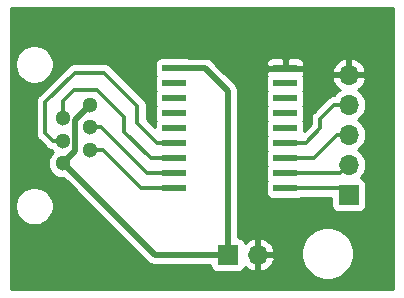
<source format=gbr>
G04 #@! TF.GenerationSoftware,KiCad,Pcbnew,(5.1.2)-2*
G04 #@! TF.CreationDate,2019-09-08T10:38:30-04:00*
G04 #@! TF.ProjectId,jebaoDosingAdapter,6a656261-6f44-46f7-9369-6e6741646170,rev?*
G04 #@! TF.SameCoordinates,PX46492a0PY53724e0*
G04 #@! TF.FileFunction,Copper,L1,Top*
G04 #@! TF.FilePolarity,Positive*
%FSLAX46Y46*%
G04 Gerber Fmt 4.6, Leading zero omitted, Abs format (unit mm)*
G04 Created by KiCad (PCBNEW (5.1.2)-2) date 2019-09-08 10:38:30*
%MOMM*%
%LPD*%
G04 APERTURE LIST*
%ADD10C,1.300000*%
%ADD11R,2.000000X0.600000*%
%ADD12R,1.700000X1.700000*%
%ADD13O,1.700000X1.700000*%
%ADD14C,0.350000*%
%ADD15C,0.500000*%
%ADD16C,0.254000*%
G04 APERTURE END LIST*
D10*
X11160000Y18110000D03*
X8860000Y16960000D03*
X11160000Y16210000D03*
X8860000Y15060000D03*
X11160000Y14310000D03*
X8860000Y13160000D03*
D11*
X27670000Y11050000D03*
X27670000Y12320000D03*
X27670000Y13590000D03*
X27670000Y14860000D03*
X27670000Y16130000D03*
X27670000Y17400000D03*
X27670000Y18670000D03*
X27670000Y19940000D03*
X27670000Y21210000D03*
X18270000Y21210000D03*
X18270000Y19940000D03*
X18270000Y18670000D03*
X18270000Y17400000D03*
X18270000Y16130000D03*
X18270000Y14860000D03*
X18270000Y13590000D03*
X18270000Y12320000D03*
X18270000Y11050000D03*
D12*
X33050000Y10480000D03*
D13*
X33050000Y13020000D03*
X33050000Y15560000D03*
X33050000Y18100000D03*
X33050000Y20640000D03*
D12*
X22790000Y5410000D03*
D13*
X25330000Y5410000D03*
D14*
X32480000Y11050000D02*
X33050000Y10480000D01*
X27670000Y11050000D02*
X32480000Y11050000D01*
X32350000Y12320000D02*
X33050000Y13020000D01*
X27670000Y12320000D02*
X32350000Y12320000D01*
X27670000Y13590000D02*
X30110000Y13590000D01*
X32080000Y15560000D02*
X33050000Y15560000D01*
X30110000Y13590000D02*
X32080000Y15560000D01*
X27670000Y14860000D02*
X29400000Y14860000D01*
X29400000Y14860000D02*
X30650000Y16110000D01*
X30650000Y16110000D02*
X30650000Y16940000D01*
X31810000Y18100000D02*
X33050000Y18100000D01*
X30650000Y16940000D02*
X31810000Y18100000D01*
D15*
X18270000Y21210000D02*
X20880000Y21210000D01*
X22790000Y19300000D02*
X22790000Y5410000D01*
X20880000Y21210000D02*
X22790000Y19300000D01*
X16645000Y5410000D02*
X22790000Y5410000D01*
X9656999Y12398001D02*
X16645000Y5410000D01*
X9621999Y12398001D02*
X9656999Y12398001D01*
X8860000Y13160000D02*
X9621999Y12398001D01*
X17570000Y21210000D02*
X18270000Y21210000D01*
X17557937Y21197937D02*
X17570000Y21210000D01*
X9459999Y13759999D02*
X8860000Y13160000D01*
X9910001Y14210001D02*
X9459999Y13759999D01*
X9910001Y16860001D02*
X9910001Y14210001D01*
X11160000Y18110000D02*
X9910001Y16860001D01*
D14*
X17020000Y11050000D02*
X18270000Y11050000D01*
X15497630Y11050000D02*
X17020000Y11050000D01*
X12237630Y14310000D02*
X15497630Y11050000D01*
X11160000Y14310000D02*
X12237630Y14310000D01*
X8011472Y15060000D02*
X7360000Y15711472D01*
X8860000Y15060000D02*
X8011472Y15060000D01*
X7360000Y15711472D02*
X7360000Y18340000D01*
X7360000Y18340000D02*
X9860000Y20840000D01*
X9860000Y20840000D02*
X12360000Y20840000D01*
X12360000Y20840000D02*
X15160000Y18040000D01*
X15160000Y18040000D02*
X15160000Y16540000D01*
X16840000Y14860000D02*
X18270000Y14860000D01*
X15160000Y16540000D02*
X16840000Y14860000D01*
X11160000Y16210000D02*
X12090000Y16210000D01*
X15980000Y12320000D02*
X18270000Y12320000D01*
X12090000Y16210000D02*
X15980000Y12320000D01*
X8860000Y16960000D02*
X8860000Y18440000D01*
X8860000Y18440000D02*
X9760000Y19340000D01*
X9760000Y19340000D02*
X11760000Y19340000D01*
X11760000Y19340000D02*
X14060000Y17040000D01*
X14060000Y17040000D02*
X14060000Y15840000D01*
X16310000Y13590000D02*
X18270000Y13590000D01*
X14060000Y15840000D02*
X16310000Y13590000D01*
D16*
G36*
X36810000Y2480000D02*
G01*
X4479718Y2480000D01*
X4476858Y9691033D01*
X4795000Y9691033D01*
X4795000Y9368967D01*
X4857832Y9053088D01*
X4981082Y8755537D01*
X5160013Y8487748D01*
X5387748Y8260013D01*
X5655537Y8081082D01*
X5953088Y7957832D01*
X6268967Y7895000D01*
X6591033Y7895000D01*
X6906912Y7957832D01*
X7204463Y8081082D01*
X7472252Y8260013D01*
X7699987Y8487748D01*
X7878918Y8755537D01*
X8002168Y9053088D01*
X8065000Y9368967D01*
X8065000Y9691033D01*
X8002168Y10006912D01*
X7878918Y10304463D01*
X7699987Y10572252D01*
X7472252Y10799987D01*
X7204463Y10978918D01*
X6906912Y11102168D01*
X6591033Y11165000D01*
X6268967Y11165000D01*
X5953088Y11102168D01*
X5655537Y10978918D01*
X5387748Y10799987D01*
X5160013Y10572252D01*
X4981082Y10304463D01*
X4857832Y10006912D01*
X4795000Y9691033D01*
X4476858Y9691033D01*
X4473428Y18340000D01*
X6546081Y18340000D01*
X6550001Y18300202D01*
X6550000Y15751260D01*
X6546081Y15711472D01*
X6550000Y15671684D01*
X6550000Y15671682D01*
X6561720Y15552685D01*
X6608037Y15400000D01*
X6623285Y15371473D01*
X6683251Y15259283D01*
X6698668Y15240498D01*
X6784472Y15135944D01*
X6815387Y15110573D01*
X7410577Y14515382D01*
X7435944Y14484472D01*
X7552502Y14388816D01*
X7559283Y14383251D01*
X7699998Y14308037D01*
X7836106Y14266749D01*
X7846730Y14263526D01*
X7861875Y14240860D01*
X7992735Y14110000D01*
X7861875Y13979140D01*
X7721247Y13768676D01*
X7624381Y13534821D01*
X7575000Y13286561D01*
X7575000Y13033439D01*
X7624381Y12785179D01*
X7721247Y12551324D01*
X7861875Y12340860D01*
X8040860Y12161875D01*
X8251324Y12021247D01*
X8485179Y11924381D01*
X8733439Y11875000D01*
X8893421Y11875000D01*
X8965469Y11802952D01*
X8993182Y11769184D01*
X9026950Y11741471D01*
X9026952Y11741469D01*
X9054199Y11719108D01*
X9127940Y11658590D01*
X9164228Y11639194D01*
X15988470Y4814951D01*
X16016183Y4781183D01*
X16049951Y4753470D01*
X16049953Y4753468D01*
X16150941Y4670589D01*
X16304687Y4588411D01*
X16471510Y4537805D01*
X16601523Y4525000D01*
X16601531Y4525000D01*
X16645000Y4520719D01*
X16688469Y4525000D01*
X21305375Y4525000D01*
X21314188Y4435518D01*
X21350498Y4315820D01*
X21409463Y4205506D01*
X21488815Y4108815D01*
X21585506Y4029463D01*
X21695820Y3970498D01*
X21815518Y3934188D01*
X21940000Y3921928D01*
X23640000Y3921928D01*
X23764482Y3934188D01*
X23884180Y3970498D01*
X23994494Y4029463D01*
X24091185Y4108815D01*
X24170537Y4205506D01*
X24229502Y4315820D01*
X24253966Y4396466D01*
X24329731Y4312412D01*
X24563080Y4138359D01*
X24825901Y4013175D01*
X24973110Y3968524D01*
X25203000Y4089845D01*
X25203000Y5283000D01*
X25457000Y5283000D01*
X25457000Y4089845D01*
X25686890Y3968524D01*
X25834099Y4013175D01*
X26096920Y4138359D01*
X26330269Y4312412D01*
X26525178Y4528645D01*
X26674157Y4778748D01*
X26771481Y5053109D01*
X26650814Y5283000D01*
X25457000Y5283000D01*
X25203000Y5283000D01*
X25183000Y5283000D01*
X25183000Y5537000D01*
X25203000Y5537000D01*
X25203000Y6730155D01*
X25457000Y6730155D01*
X25457000Y5537000D01*
X26650814Y5537000D01*
X26767931Y5760128D01*
X29025000Y5760128D01*
X29025000Y5319872D01*
X29110890Y4888075D01*
X29279369Y4481331D01*
X29523962Y4115271D01*
X29835271Y3803962D01*
X30201331Y3559369D01*
X30608075Y3390890D01*
X31039872Y3305000D01*
X31480128Y3305000D01*
X31911925Y3390890D01*
X32318669Y3559369D01*
X32684729Y3803962D01*
X32996038Y4115271D01*
X33240631Y4481331D01*
X33409110Y4888075D01*
X33495000Y5319872D01*
X33495000Y5760128D01*
X33409110Y6191925D01*
X33240631Y6598669D01*
X32996038Y6964729D01*
X32684729Y7276038D01*
X32318669Y7520631D01*
X31911925Y7689110D01*
X31480128Y7775000D01*
X31039872Y7775000D01*
X30608075Y7689110D01*
X30201331Y7520631D01*
X29835271Y7276038D01*
X29523962Y6964729D01*
X29279369Y6598669D01*
X29110890Y6191925D01*
X29025000Y5760128D01*
X26767931Y5760128D01*
X26771481Y5766891D01*
X26674157Y6041252D01*
X26525178Y6291355D01*
X26330269Y6507588D01*
X26096920Y6681641D01*
X25834099Y6806825D01*
X25686890Y6851476D01*
X25457000Y6730155D01*
X25203000Y6730155D01*
X24973110Y6851476D01*
X24825901Y6806825D01*
X24563080Y6681641D01*
X24329731Y6507588D01*
X24253966Y6423534D01*
X24229502Y6504180D01*
X24170537Y6614494D01*
X24091185Y6711185D01*
X23994494Y6790537D01*
X23884180Y6849502D01*
X23764482Y6885812D01*
X23675000Y6894625D01*
X23675000Y19256531D01*
X23679281Y19300000D01*
X23675000Y19343469D01*
X23675000Y19343477D01*
X23662195Y19473490D01*
X23611589Y19640313D01*
X23529411Y19794059D01*
X23464560Y19873080D01*
X23446532Y19895047D01*
X23446530Y19895049D01*
X23418817Y19928817D01*
X23385050Y19956529D01*
X22431579Y20910000D01*
X26031928Y20910000D01*
X26044188Y20785518D01*
X26080498Y20665820D01*
X26129043Y20575000D01*
X26080498Y20484180D01*
X26044188Y20364482D01*
X26031928Y20240000D01*
X26031928Y19640000D01*
X26044188Y19515518D01*
X26080498Y19395820D01*
X26129043Y19305000D01*
X26080498Y19214180D01*
X26044188Y19094482D01*
X26031928Y18970000D01*
X26031928Y18370000D01*
X26044188Y18245518D01*
X26080498Y18125820D01*
X26129043Y18035000D01*
X26080498Y17944180D01*
X26044188Y17824482D01*
X26031928Y17700000D01*
X26031928Y17100000D01*
X26044188Y16975518D01*
X26080498Y16855820D01*
X26129043Y16765000D01*
X26080498Y16674180D01*
X26044188Y16554482D01*
X26031928Y16430000D01*
X26031928Y15830000D01*
X26044188Y15705518D01*
X26080498Y15585820D01*
X26129043Y15495000D01*
X26080498Y15404180D01*
X26044188Y15284482D01*
X26031928Y15160000D01*
X26031928Y14560000D01*
X26044188Y14435518D01*
X26080498Y14315820D01*
X26129043Y14225000D01*
X26080498Y14134180D01*
X26044188Y14014482D01*
X26031928Y13890000D01*
X26031928Y13290000D01*
X26044188Y13165518D01*
X26080498Y13045820D01*
X26129043Y12955000D01*
X26080498Y12864180D01*
X26044188Y12744482D01*
X26031928Y12620000D01*
X26031928Y12020000D01*
X26044188Y11895518D01*
X26080498Y11775820D01*
X26129043Y11685000D01*
X26080498Y11594180D01*
X26044188Y11474482D01*
X26031928Y11350000D01*
X26031928Y10750000D01*
X26044188Y10625518D01*
X26080498Y10505820D01*
X26139463Y10395506D01*
X26218815Y10298815D01*
X26315506Y10219463D01*
X26425820Y10160498D01*
X26545518Y10124188D01*
X26670000Y10111928D01*
X28670000Y10111928D01*
X28794482Y10124188D01*
X28914180Y10160498D01*
X29024494Y10219463D01*
X29049518Y10240000D01*
X31561928Y10240000D01*
X31561928Y9630000D01*
X31574188Y9505518D01*
X31610498Y9385820D01*
X31669463Y9275506D01*
X31748815Y9178815D01*
X31845506Y9099463D01*
X31955820Y9040498D01*
X32075518Y9004188D01*
X32200000Y8991928D01*
X33900000Y8991928D01*
X34024482Y9004188D01*
X34144180Y9040498D01*
X34254494Y9099463D01*
X34351185Y9178815D01*
X34430537Y9275506D01*
X34489502Y9385820D01*
X34525812Y9505518D01*
X34538072Y9630000D01*
X34538072Y11330000D01*
X34525812Y11454482D01*
X34489502Y11574180D01*
X34430537Y11684494D01*
X34351185Y11781185D01*
X34254494Y11860537D01*
X34144180Y11919502D01*
X34075313Y11940393D01*
X34105134Y11964866D01*
X34290706Y12190986D01*
X34428599Y12448966D01*
X34513513Y12728889D01*
X34542185Y13020000D01*
X34513513Y13311111D01*
X34428599Y13591034D01*
X34290706Y13849014D01*
X34105134Y14075134D01*
X33879014Y14260706D01*
X33824209Y14290000D01*
X33879014Y14319294D01*
X34105134Y14504866D01*
X34290706Y14730986D01*
X34428599Y14988966D01*
X34513513Y15268889D01*
X34542185Y15560000D01*
X34513513Y15851111D01*
X34428599Y16131034D01*
X34290706Y16389014D01*
X34105134Y16615134D01*
X33879014Y16800706D01*
X33824209Y16830000D01*
X33879014Y16859294D01*
X34105134Y17044866D01*
X34290706Y17270986D01*
X34428599Y17528966D01*
X34513513Y17808889D01*
X34542185Y18100000D01*
X34513513Y18391111D01*
X34428599Y18671034D01*
X34290706Y18929014D01*
X34105134Y19155134D01*
X33879014Y19340706D01*
X33814477Y19375201D01*
X33931355Y19444822D01*
X34147588Y19639731D01*
X34321641Y19873080D01*
X34446825Y20135901D01*
X34491476Y20283110D01*
X34370155Y20513000D01*
X33177000Y20513000D01*
X33177000Y20493000D01*
X32923000Y20493000D01*
X32923000Y20513000D01*
X31729845Y20513000D01*
X31608524Y20283110D01*
X31653175Y20135901D01*
X31778359Y19873080D01*
X31952412Y19639731D01*
X32168645Y19444822D01*
X32285523Y19375201D01*
X32220986Y19340706D01*
X31994866Y19155134D01*
X31809294Y18929014D01*
X31800738Y18913007D01*
X31770212Y18910000D01*
X31770209Y18910000D01*
X31651212Y18898280D01*
X31498527Y18851963D01*
X31357811Y18776749D01*
X31234472Y18675528D01*
X31209105Y18644618D01*
X30105383Y17540895D01*
X30074473Y17515528D01*
X30049108Y17484620D01*
X29973251Y17392189D01*
X29918631Y17290000D01*
X29898038Y17251473D01*
X29851721Y17098788D01*
X29843912Y17019502D01*
X29836081Y16940000D01*
X29840000Y16900212D01*
X29840000Y16445513D01*
X29308072Y15913584D01*
X29308072Y16430000D01*
X29295812Y16554482D01*
X29259502Y16674180D01*
X29210957Y16765000D01*
X29259502Y16855820D01*
X29295812Y16975518D01*
X29308072Y17100000D01*
X29308072Y17700000D01*
X29295812Y17824482D01*
X29259502Y17944180D01*
X29210957Y18035000D01*
X29259502Y18125820D01*
X29295812Y18245518D01*
X29308072Y18370000D01*
X29308072Y18970000D01*
X29295812Y19094482D01*
X29259502Y19214180D01*
X29210957Y19305000D01*
X29259502Y19395820D01*
X29295812Y19515518D01*
X29308072Y19640000D01*
X29308072Y20240000D01*
X29295812Y20364482D01*
X29259502Y20484180D01*
X29210957Y20575000D01*
X29259502Y20665820D01*
X29295812Y20785518D01*
X29308072Y20910000D01*
X29305000Y20924250D01*
X29232360Y20996890D01*
X31608524Y20996890D01*
X31729845Y20767000D01*
X32923000Y20767000D01*
X32923000Y21960814D01*
X33177000Y21960814D01*
X33177000Y20767000D01*
X34370155Y20767000D01*
X34491476Y20996890D01*
X34446825Y21144099D01*
X34321641Y21406920D01*
X34147588Y21640269D01*
X33931355Y21835178D01*
X33681252Y21984157D01*
X33406891Y22081481D01*
X33177000Y21960814D01*
X32923000Y21960814D01*
X32693109Y22081481D01*
X32418748Y21984157D01*
X32168645Y21835178D01*
X31952412Y21640269D01*
X31778359Y21406920D01*
X31653175Y21144099D01*
X31608524Y20996890D01*
X29232360Y20996890D01*
X29146250Y21083000D01*
X27797000Y21083000D01*
X27797000Y21063000D01*
X27543000Y21063000D01*
X27543000Y21083000D01*
X26193750Y21083000D01*
X26035000Y20924250D01*
X26031928Y20910000D01*
X22431579Y20910000D01*
X21831579Y21510000D01*
X26031928Y21510000D01*
X26035000Y21495750D01*
X26193750Y21337000D01*
X27543000Y21337000D01*
X27543000Y21986250D01*
X27797000Y21986250D01*
X27797000Y21337000D01*
X29146250Y21337000D01*
X29305000Y21495750D01*
X29308072Y21510000D01*
X29295812Y21634482D01*
X29259502Y21754180D01*
X29200537Y21864494D01*
X29121185Y21961185D01*
X29024494Y22040537D01*
X28914180Y22099502D01*
X28794482Y22135812D01*
X28670000Y22148072D01*
X27955750Y22145000D01*
X27797000Y21986250D01*
X27543000Y21986250D01*
X27384250Y22145000D01*
X26670000Y22148072D01*
X26545518Y22135812D01*
X26425820Y22099502D01*
X26315506Y22040537D01*
X26218815Y21961185D01*
X26139463Y21864494D01*
X26080498Y21754180D01*
X26044188Y21634482D01*
X26031928Y21510000D01*
X21831579Y21510000D01*
X21536534Y21805044D01*
X21508817Y21838817D01*
X21374059Y21949411D01*
X21220313Y22031589D01*
X21053490Y22082195D01*
X20923477Y22095000D01*
X20923469Y22095000D01*
X20880000Y22099281D01*
X20836531Y22095000D01*
X19522603Y22095000D01*
X19514180Y22099502D01*
X19394482Y22135812D01*
X19270000Y22148072D01*
X17270000Y22148072D01*
X17145518Y22135812D01*
X17025820Y22099502D01*
X16915506Y22040537D01*
X16818815Y21961185D01*
X16739463Y21864494D01*
X16680498Y21754180D01*
X16644188Y21634482D01*
X16631928Y21510000D01*
X16631928Y20910000D01*
X16644188Y20785518D01*
X16680498Y20665820D01*
X16729043Y20575000D01*
X16680498Y20484180D01*
X16644188Y20364482D01*
X16631928Y20240000D01*
X16631928Y19640000D01*
X16644188Y19515518D01*
X16680498Y19395820D01*
X16729043Y19305000D01*
X16680498Y19214180D01*
X16644188Y19094482D01*
X16631928Y18970000D01*
X16631928Y18370000D01*
X16644188Y18245518D01*
X16680498Y18125820D01*
X16729043Y18035000D01*
X16680498Y17944180D01*
X16644188Y17824482D01*
X16631928Y17700000D01*
X16631928Y17100000D01*
X16644188Y16975518D01*
X16680498Y16855820D01*
X16729043Y16765000D01*
X16680498Y16674180D01*
X16644188Y16554482D01*
X16631928Y16430000D01*
X16631928Y16213585D01*
X15970000Y16875512D01*
X15970000Y18000212D01*
X15973919Y18040000D01*
X15968132Y18098753D01*
X15958280Y18198788D01*
X15911963Y18351473D01*
X15843376Y18479791D01*
X15836749Y18492190D01*
X15808257Y18526907D01*
X15735528Y18615528D01*
X15704614Y18640898D01*
X12960900Y21384612D01*
X12935528Y21415528D01*
X12812189Y21516749D01*
X12671473Y21591963D01*
X12518788Y21638280D01*
X12399791Y21650000D01*
X12399788Y21650000D01*
X12360000Y21653919D01*
X12320212Y21650000D01*
X9899788Y21650000D01*
X9860000Y21653919D01*
X9820212Y21650000D01*
X9820209Y21650000D01*
X9701212Y21638280D01*
X9548527Y21591963D01*
X9483024Y21556951D01*
X9407810Y21516749D01*
X9382223Y21495750D01*
X9284472Y21415528D01*
X9259105Y21384618D01*
X6815383Y18940895D01*
X6784473Y18915528D01*
X6759108Y18884620D01*
X6683251Y18792189D01*
X6614333Y18663251D01*
X6608038Y18651473D01*
X6574745Y18541720D01*
X6561721Y18498787D01*
X6546081Y18340000D01*
X4473428Y18340000D01*
X4472099Y21691033D01*
X4795000Y21691033D01*
X4795000Y21368967D01*
X4857832Y21053088D01*
X4981082Y20755537D01*
X5160013Y20487748D01*
X5387748Y20260013D01*
X5655537Y20081082D01*
X5953088Y19957832D01*
X6268967Y19895000D01*
X6591033Y19895000D01*
X6906912Y19957832D01*
X7204463Y20081082D01*
X7472252Y20260013D01*
X7699987Y20487748D01*
X7878918Y20755537D01*
X8002168Y21053088D01*
X8065000Y21368967D01*
X8065000Y21691033D01*
X8002168Y22006912D01*
X7878918Y22304463D01*
X7699987Y22572252D01*
X7472252Y22799987D01*
X7204463Y22978918D01*
X6906912Y23102168D01*
X6591033Y23165000D01*
X6268967Y23165000D01*
X5953088Y23102168D01*
X5655537Y22978918D01*
X5387748Y22799987D01*
X5160013Y22572252D01*
X4981082Y22304463D01*
X4857832Y22006912D01*
X4795000Y21691033D01*
X4472099Y21691033D01*
X4470274Y26290000D01*
X36810001Y26290000D01*
X36810000Y2480000D01*
X36810000Y2480000D01*
G37*
X36810000Y2480000D02*
X4479718Y2480000D01*
X4476858Y9691033D01*
X4795000Y9691033D01*
X4795000Y9368967D01*
X4857832Y9053088D01*
X4981082Y8755537D01*
X5160013Y8487748D01*
X5387748Y8260013D01*
X5655537Y8081082D01*
X5953088Y7957832D01*
X6268967Y7895000D01*
X6591033Y7895000D01*
X6906912Y7957832D01*
X7204463Y8081082D01*
X7472252Y8260013D01*
X7699987Y8487748D01*
X7878918Y8755537D01*
X8002168Y9053088D01*
X8065000Y9368967D01*
X8065000Y9691033D01*
X8002168Y10006912D01*
X7878918Y10304463D01*
X7699987Y10572252D01*
X7472252Y10799987D01*
X7204463Y10978918D01*
X6906912Y11102168D01*
X6591033Y11165000D01*
X6268967Y11165000D01*
X5953088Y11102168D01*
X5655537Y10978918D01*
X5387748Y10799987D01*
X5160013Y10572252D01*
X4981082Y10304463D01*
X4857832Y10006912D01*
X4795000Y9691033D01*
X4476858Y9691033D01*
X4473428Y18340000D01*
X6546081Y18340000D01*
X6550001Y18300202D01*
X6550000Y15751260D01*
X6546081Y15711472D01*
X6550000Y15671684D01*
X6550000Y15671682D01*
X6561720Y15552685D01*
X6608037Y15400000D01*
X6623285Y15371473D01*
X6683251Y15259283D01*
X6698668Y15240498D01*
X6784472Y15135944D01*
X6815387Y15110573D01*
X7410577Y14515382D01*
X7435944Y14484472D01*
X7552502Y14388816D01*
X7559283Y14383251D01*
X7699998Y14308037D01*
X7836106Y14266749D01*
X7846730Y14263526D01*
X7861875Y14240860D01*
X7992735Y14110000D01*
X7861875Y13979140D01*
X7721247Y13768676D01*
X7624381Y13534821D01*
X7575000Y13286561D01*
X7575000Y13033439D01*
X7624381Y12785179D01*
X7721247Y12551324D01*
X7861875Y12340860D01*
X8040860Y12161875D01*
X8251324Y12021247D01*
X8485179Y11924381D01*
X8733439Y11875000D01*
X8893421Y11875000D01*
X8965469Y11802952D01*
X8993182Y11769184D01*
X9026950Y11741471D01*
X9026952Y11741469D01*
X9054199Y11719108D01*
X9127940Y11658590D01*
X9164228Y11639194D01*
X15988470Y4814951D01*
X16016183Y4781183D01*
X16049951Y4753470D01*
X16049953Y4753468D01*
X16150941Y4670589D01*
X16304687Y4588411D01*
X16471510Y4537805D01*
X16601523Y4525000D01*
X16601531Y4525000D01*
X16645000Y4520719D01*
X16688469Y4525000D01*
X21305375Y4525000D01*
X21314188Y4435518D01*
X21350498Y4315820D01*
X21409463Y4205506D01*
X21488815Y4108815D01*
X21585506Y4029463D01*
X21695820Y3970498D01*
X21815518Y3934188D01*
X21940000Y3921928D01*
X23640000Y3921928D01*
X23764482Y3934188D01*
X23884180Y3970498D01*
X23994494Y4029463D01*
X24091185Y4108815D01*
X24170537Y4205506D01*
X24229502Y4315820D01*
X24253966Y4396466D01*
X24329731Y4312412D01*
X24563080Y4138359D01*
X24825901Y4013175D01*
X24973110Y3968524D01*
X25203000Y4089845D01*
X25203000Y5283000D01*
X25457000Y5283000D01*
X25457000Y4089845D01*
X25686890Y3968524D01*
X25834099Y4013175D01*
X26096920Y4138359D01*
X26330269Y4312412D01*
X26525178Y4528645D01*
X26674157Y4778748D01*
X26771481Y5053109D01*
X26650814Y5283000D01*
X25457000Y5283000D01*
X25203000Y5283000D01*
X25183000Y5283000D01*
X25183000Y5537000D01*
X25203000Y5537000D01*
X25203000Y6730155D01*
X25457000Y6730155D01*
X25457000Y5537000D01*
X26650814Y5537000D01*
X26767931Y5760128D01*
X29025000Y5760128D01*
X29025000Y5319872D01*
X29110890Y4888075D01*
X29279369Y4481331D01*
X29523962Y4115271D01*
X29835271Y3803962D01*
X30201331Y3559369D01*
X30608075Y3390890D01*
X31039872Y3305000D01*
X31480128Y3305000D01*
X31911925Y3390890D01*
X32318669Y3559369D01*
X32684729Y3803962D01*
X32996038Y4115271D01*
X33240631Y4481331D01*
X33409110Y4888075D01*
X33495000Y5319872D01*
X33495000Y5760128D01*
X33409110Y6191925D01*
X33240631Y6598669D01*
X32996038Y6964729D01*
X32684729Y7276038D01*
X32318669Y7520631D01*
X31911925Y7689110D01*
X31480128Y7775000D01*
X31039872Y7775000D01*
X30608075Y7689110D01*
X30201331Y7520631D01*
X29835271Y7276038D01*
X29523962Y6964729D01*
X29279369Y6598669D01*
X29110890Y6191925D01*
X29025000Y5760128D01*
X26767931Y5760128D01*
X26771481Y5766891D01*
X26674157Y6041252D01*
X26525178Y6291355D01*
X26330269Y6507588D01*
X26096920Y6681641D01*
X25834099Y6806825D01*
X25686890Y6851476D01*
X25457000Y6730155D01*
X25203000Y6730155D01*
X24973110Y6851476D01*
X24825901Y6806825D01*
X24563080Y6681641D01*
X24329731Y6507588D01*
X24253966Y6423534D01*
X24229502Y6504180D01*
X24170537Y6614494D01*
X24091185Y6711185D01*
X23994494Y6790537D01*
X23884180Y6849502D01*
X23764482Y6885812D01*
X23675000Y6894625D01*
X23675000Y19256531D01*
X23679281Y19300000D01*
X23675000Y19343469D01*
X23675000Y19343477D01*
X23662195Y19473490D01*
X23611589Y19640313D01*
X23529411Y19794059D01*
X23464560Y19873080D01*
X23446532Y19895047D01*
X23446530Y19895049D01*
X23418817Y19928817D01*
X23385050Y19956529D01*
X22431579Y20910000D01*
X26031928Y20910000D01*
X26044188Y20785518D01*
X26080498Y20665820D01*
X26129043Y20575000D01*
X26080498Y20484180D01*
X26044188Y20364482D01*
X26031928Y20240000D01*
X26031928Y19640000D01*
X26044188Y19515518D01*
X26080498Y19395820D01*
X26129043Y19305000D01*
X26080498Y19214180D01*
X26044188Y19094482D01*
X26031928Y18970000D01*
X26031928Y18370000D01*
X26044188Y18245518D01*
X26080498Y18125820D01*
X26129043Y18035000D01*
X26080498Y17944180D01*
X26044188Y17824482D01*
X26031928Y17700000D01*
X26031928Y17100000D01*
X26044188Y16975518D01*
X26080498Y16855820D01*
X26129043Y16765000D01*
X26080498Y16674180D01*
X26044188Y16554482D01*
X26031928Y16430000D01*
X26031928Y15830000D01*
X26044188Y15705518D01*
X26080498Y15585820D01*
X26129043Y15495000D01*
X26080498Y15404180D01*
X26044188Y15284482D01*
X26031928Y15160000D01*
X26031928Y14560000D01*
X26044188Y14435518D01*
X26080498Y14315820D01*
X26129043Y14225000D01*
X26080498Y14134180D01*
X26044188Y14014482D01*
X26031928Y13890000D01*
X26031928Y13290000D01*
X26044188Y13165518D01*
X26080498Y13045820D01*
X26129043Y12955000D01*
X26080498Y12864180D01*
X26044188Y12744482D01*
X26031928Y12620000D01*
X26031928Y12020000D01*
X26044188Y11895518D01*
X26080498Y11775820D01*
X26129043Y11685000D01*
X26080498Y11594180D01*
X26044188Y11474482D01*
X26031928Y11350000D01*
X26031928Y10750000D01*
X26044188Y10625518D01*
X26080498Y10505820D01*
X26139463Y10395506D01*
X26218815Y10298815D01*
X26315506Y10219463D01*
X26425820Y10160498D01*
X26545518Y10124188D01*
X26670000Y10111928D01*
X28670000Y10111928D01*
X28794482Y10124188D01*
X28914180Y10160498D01*
X29024494Y10219463D01*
X29049518Y10240000D01*
X31561928Y10240000D01*
X31561928Y9630000D01*
X31574188Y9505518D01*
X31610498Y9385820D01*
X31669463Y9275506D01*
X31748815Y9178815D01*
X31845506Y9099463D01*
X31955820Y9040498D01*
X32075518Y9004188D01*
X32200000Y8991928D01*
X33900000Y8991928D01*
X34024482Y9004188D01*
X34144180Y9040498D01*
X34254494Y9099463D01*
X34351185Y9178815D01*
X34430537Y9275506D01*
X34489502Y9385820D01*
X34525812Y9505518D01*
X34538072Y9630000D01*
X34538072Y11330000D01*
X34525812Y11454482D01*
X34489502Y11574180D01*
X34430537Y11684494D01*
X34351185Y11781185D01*
X34254494Y11860537D01*
X34144180Y11919502D01*
X34075313Y11940393D01*
X34105134Y11964866D01*
X34290706Y12190986D01*
X34428599Y12448966D01*
X34513513Y12728889D01*
X34542185Y13020000D01*
X34513513Y13311111D01*
X34428599Y13591034D01*
X34290706Y13849014D01*
X34105134Y14075134D01*
X33879014Y14260706D01*
X33824209Y14290000D01*
X33879014Y14319294D01*
X34105134Y14504866D01*
X34290706Y14730986D01*
X34428599Y14988966D01*
X34513513Y15268889D01*
X34542185Y15560000D01*
X34513513Y15851111D01*
X34428599Y16131034D01*
X34290706Y16389014D01*
X34105134Y16615134D01*
X33879014Y16800706D01*
X33824209Y16830000D01*
X33879014Y16859294D01*
X34105134Y17044866D01*
X34290706Y17270986D01*
X34428599Y17528966D01*
X34513513Y17808889D01*
X34542185Y18100000D01*
X34513513Y18391111D01*
X34428599Y18671034D01*
X34290706Y18929014D01*
X34105134Y19155134D01*
X33879014Y19340706D01*
X33814477Y19375201D01*
X33931355Y19444822D01*
X34147588Y19639731D01*
X34321641Y19873080D01*
X34446825Y20135901D01*
X34491476Y20283110D01*
X34370155Y20513000D01*
X33177000Y20513000D01*
X33177000Y20493000D01*
X32923000Y20493000D01*
X32923000Y20513000D01*
X31729845Y20513000D01*
X31608524Y20283110D01*
X31653175Y20135901D01*
X31778359Y19873080D01*
X31952412Y19639731D01*
X32168645Y19444822D01*
X32285523Y19375201D01*
X32220986Y19340706D01*
X31994866Y19155134D01*
X31809294Y18929014D01*
X31800738Y18913007D01*
X31770212Y18910000D01*
X31770209Y18910000D01*
X31651212Y18898280D01*
X31498527Y18851963D01*
X31357811Y18776749D01*
X31234472Y18675528D01*
X31209105Y18644618D01*
X30105383Y17540895D01*
X30074473Y17515528D01*
X30049108Y17484620D01*
X29973251Y17392189D01*
X29918631Y17290000D01*
X29898038Y17251473D01*
X29851721Y17098788D01*
X29843912Y17019502D01*
X29836081Y16940000D01*
X29840000Y16900212D01*
X29840000Y16445513D01*
X29308072Y15913584D01*
X29308072Y16430000D01*
X29295812Y16554482D01*
X29259502Y16674180D01*
X29210957Y16765000D01*
X29259502Y16855820D01*
X29295812Y16975518D01*
X29308072Y17100000D01*
X29308072Y17700000D01*
X29295812Y17824482D01*
X29259502Y17944180D01*
X29210957Y18035000D01*
X29259502Y18125820D01*
X29295812Y18245518D01*
X29308072Y18370000D01*
X29308072Y18970000D01*
X29295812Y19094482D01*
X29259502Y19214180D01*
X29210957Y19305000D01*
X29259502Y19395820D01*
X29295812Y19515518D01*
X29308072Y19640000D01*
X29308072Y20240000D01*
X29295812Y20364482D01*
X29259502Y20484180D01*
X29210957Y20575000D01*
X29259502Y20665820D01*
X29295812Y20785518D01*
X29308072Y20910000D01*
X29305000Y20924250D01*
X29232360Y20996890D01*
X31608524Y20996890D01*
X31729845Y20767000D01*
X32923000Y20767000D01*
X32923000Y21960814D01*
X33177000Y21960814D01*
X33177000Y20767000D01*
X34370155Y20767000D01*
X34491476Y20996890D01*
X34446825Y21144099D01*
X34321641Y21406920D01*
X34147588Y21640269D01*
X33931355Y21835178D01*
X33681252Y21984157D01*
X33406891Y22081481D01*
X33177000Y21960814D01*
X32923000Y21960814D01*
X32693109Y22081481D01*
X32418748Y21984157D01*
X32168645Y21835178D01*
X31952412Y21640269D01*
X31778359Y21406920D01*
X31653175Y21144099D01*
X31608524Y20996890D01*
X29232360Y20996890D01*
X29146250Y21083000D01*
X27797000Y21083000D01*
X27797000Y21063000D01*
X27543000Y21063000D01*
X27543000Y21083000D01*
X26193750Y21083000D01*
X26035000Y20924250D01*
X26031928Y20910000D01*
X22431579Y20910000D01*
X21831579Y21510000D01*
X26031928Y21510000D01*
X26035000Y21495750D01*
X26193750Y21337000D01*
X27543000Y21337000D01*
X27543000Y21986250D01*
X27797000Y21986250D01*
X27797000Y21337000D01*
X29146250Y21337000D01*
X29305000Y21495750D01*
X29308072Y21510000D01*
X29295812Y21634482D01*
X29259502Y21754180D01*
X29200537Y21864494D01*
X29121185Y21961185D01*
X29024494Y22040537D01*
X28914180Y22099502D01*
X28794482Y22135812D01*
X28670000Y22148072D01*
X27955750Y22145000D01*
X27797000Y21986250D01*
X27543000Y21986250D01*
X27384250Y22145000D01*
X26670000Y22148072D01*
X26545518Y22135812D01*
X26425820Y22099502D01*
X26315506Y22040537D01*
X26218815Y21961185D01*
X26139463Y21864494D01*
X26080498Y21754180D01*
X26044188Y21634482D01*
X26031928Y21510000D01*
X21831579Y21510000D01*
X21536534Y21805044D01*
X21508817Y21838817D01*
X21374059Y21949411D01*
X21220313Y22031589D01*
X21053490Y22082195D01*
X20923477Y22095000D01*
X20923469Y22095000D01*
X20880000Y22099281D01*
X20836531Y22095000D01*
X19522603Y22095000D01*
X19514180Y22099502D01*
X19394482Y22135812D01*
X19270000Y22148072D01*
X17270000Y22148072D01*
X17145518Y22135812D01*
X17025820Y22099502D01*
X16915506Y22040537D01*
X16818815Y21961185D01*
X16739463Y21864494D01*
X16680498Y21754180D01*
X16644188Y21634482D01*
X16631928Y21510000D01*
X16631928Y20910000D01*
X16644188Y20785518D01*
X16680498Y20665820D01*
X16729043Y20575000D01*
X16680498Y20484180D01*
X16644188Y20364482D01*
X16631928Y20240000D01*
X16631928Y19640000D01*
X16644188Y19515518D01*
X16680498Y19395820D01*
X16729043Y19305000D01*
X16680498Y19214180D01*
X16644188Y19094482D01*
X16631928Y18970000D01*
X16631928Y18370000D01*
X16644188Y18245518D01*
X16680498Y18125820D01*
X16729043Y18035000D01*
X16680498Y17944180D01*
X16644188Y17824482D01*
X16631928Y17700000D01*
X16631928Y17100000D01*
X16644188Y16975518D01*
X16680498Y16855820D01*
X16729043Y16765000D01*
X16680498Y16674180D01*
X16644188Y16554482D01*
X16631928Y16430000D01*
X16631928Y16213585D01*
X15970000Y16875512D01*
X15970000Y18000212D01*
X15973919Y18040000D01*
X15968132Y18098753D01*
X15958280Y18198788D01*
X15911963Y18351473D01*
X15843376Y18479791D01*
X15836749Y18492190D01*
X15808257Y18526907D01*
X15735528Y18615528D01*
X15704614Y18640898D01*
X12960900Y21384612D01*
X12935528Y21415528D01*
X12812189Y21516749D01*
X12671473Y21591963D01*
X12518788Y21638280D01*
X12399791Y21650000D01*
X12399788Y21650000D01*
X12360000Y21653919D01*
X12320212Y21650000D01*
X9899788Y21650000D01*
X9860000Y21653919D01*
X9820212Y21650000D01*
X9820209Y21650000D01*
X9701212Y21638280D01*
X9548527Y21591963D01*
X9483024Y21556951D01*
X9407810Y21516749D01*
X9382223Y21495750D01*
X9284472Y21415528D01*
X9259105Y21384618D01*
X6815383Y18940895D01*
X6784473Y18915528D01*
X6759108Y18884620D01*
X6683251Y18792189D01*
X6614333Y18663251D01*
X6608038Y18651473D01*
X6574745Y18541720D01*
X6561721Y18498787D01*
X6546081Y18340000D01*
X4473428Y18340000D01*
X4472099Y21691033D01*
X4795000Y21691033D01*
X4795000Y21368967D01*
X4857832Y21053088D01*
X4981082Y20755537D01*
X5160013Y20487748D01*
X5387748Y20260013D01*
X5655537Y20081082D01*
X5953088Y19957832D01*
X6268967Y19895000D01*
X6591033Y19895000D01*
X6906912Y19957832D01*
X7204463Y20081082D01*
X7472252Y20260013D01*
X7699987Y20487748D01*
X7878918Y20755537D01*
X8002168Y21053088D01*
X8065000Y21368967D01*
X8065000Y21691033D01*
X8002168Y22006912D01*
X7878918Y22304463D01*
X7699987Y22572252D01*
X7472252Y22799987D01*
X7204463Y22978918D01*
X6906912Y23102168D01*
X6591033Y23165000D01*
X6268967Y23165000D01*
X5953088Y23102168D01*
X5655537Y22978918D01*
X5387748Y22799987D01*
X5160013Y22572252D01*
X4981082Y22304463D01*
X4857832Y22006912D01*
X4795000Y21691033D01*
X4472099Y21691033D01*
X4470274Y26290000D01*
X36810001Y26290000D01*
X36810000Y2480000D01*
M02*

</source>
